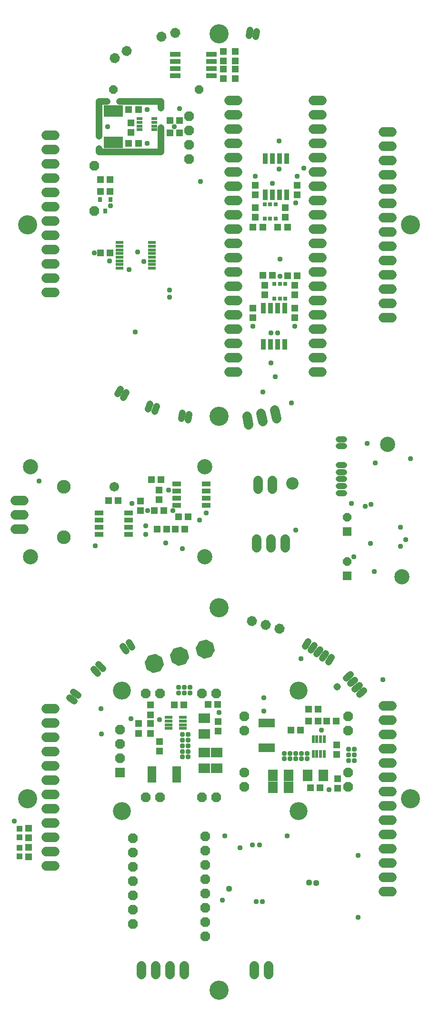
<source format=gbr>
G04 EAGLE Gerber RS-274X export*
G75*
%MOMM*%
%FSLAX34Y34*%
%LPD*%
%INSoldermask Bottom*%
%IPPOS*%
%AMOC8*
5,1,8,0,0,1.08239X$1,22.5*%
G01*
%ADD10C,2.703200*%
%ADD11C,3.403200*%
%ADD12C,1.200000*%
%ADD13C,2.203200*%
%ADD14C,1.111200*%
%ADD15R,1.503200X1.503200*%
%ADD16P,1.627049X8X292.500000*%
%ADD17P,1.852186X8X112.500000*%
%ADD18R,0.763200X0.933200*%
%ADD19R,1.203200X1.303200*%
%ADD20C,1.727200*%
%ADD21P,1.869504X8X292.500000*%
%ADD22R,1.463200X0.563200*%
%ADD23R,3.403200X2.003200*%
%ADD24R,1.983200X0.923200*%
%ADD25P,1.852186X8X217.500000*%
%ADD26R,1.303200X1.203200*%
%ADD27P,1.852186X8X232.500000*%
%ADD28C,1.211200*%
%ADD29R,0.923200X1.983200*%
%ADD30R,0.803200X0.803200*%
%ADD31P,1.649562X8X22.500000*%
%ADD32R,1.103200X0.603200*%
%ADD33C,3.203200*%
%ADD34R,1.727200X1.727200*%
%ADD35P,1.869504X8X112.500000*%
%ADD36P,1.869504X8X202.500000*%
%ADD37R,0.603200X1.403200*%
%ADD38R,2.003200X1.803200*%
%ADD39R,1.803200X2.003200*%
%ADD40R,3.003200X1.603200*%
%ADD41R,1.403200X0.603200*%
%ADD42R,1.603200X3.003200*%
%ADD43R,1.003200X1.003200*%
%ADD44P,3.467112X8X128.000000*%
%ADD45P,1.852186X8X367.500000*%
%ADD46R,1.603200X0.838200*%
%ADD47C,2.453200*%
%ADD48C,1.703200*%
%ADD49C,0.959600*%
%ADD50C,1.309600*%
%ADD51C,1.109600*%


D10*
X680000Y1010000D03*
X705000Y775000D03*
D11*
X40000Y1400000D03*
X380000Y1060000D03*
X720000Y1400000D03*
X380000Y1740000D03*
D12*
X277000Y1530000D02*
X167000Y1530000D01*
X277000Y1530000D02*
X277000Y1573000D01*
X167000Y1536000D02*
X167000Y1530000D01*
X167000Y1620000D02*
X181000Y1620000D01*
X203000Y1620000D02*
X277000Y1620000D01*
X167000Y1620000D02*
X167000Y1558000D01*
X277000Y1608000D02*
X277000Y1620000D01*
D11*
X380000Y720000D03*
X720000Y380000D03*
X380000Y40000D03*
X40000Y380000D03*
D10*
X45000Y970000D03*
X45000Y810000D03*
X355000Y970000D03*
X355000Y810000D03*
D13*
X510000Y941000D03*
D14*
X592460Y973750D02*
X601540Y973750D01*
X601540Y961250D02*
X592460Y961250D01*
X592460Y948750D02*
X601540Y948750D01*
X601540Y936250D02*
X592460Y936250D01*
X592460Y923750D02*
X601540Y923750D01*
X601540Y1019750D02*
X592460Y1019750D01*
X592460Y1007250D02*
X601540Y1007250D01*
D15*
X608000Y855500D03*
D16*
X608000Y880500D03*
D15*
X608000Y776500D03*
D16*
X608000Y801500D03*
D17*
X158000Y1425000D03*
X158000Y1505000D03*
D18*
X177623Y1425058D03*
X187123Y1445058D03*
X168123Y1445058D03*
D19*
X169500Y1460000D03*
X186500Y1460000D03*
X186500Y1481000D03*
X169500Y1481000D03*
D20*
X479149Y1070937D02*
X482447Y1056058D01*
X457649Y1050561D02*
X454351Y1065439D01*
X429553Y1059942D02*
X432851Y1045063D01*
X412620Y1621300D02*
X397380Y1621300D01*
X397380Y1595900D02*
X412620Y1595900D01*
X412620Y1570500D02*
X397380Y1570500D01*
X397380Y1545100D02*
X412620Y1545100D01*
X412620Y1519700D02*
X397380Y1519700D01*
X397380Y1494300D02*
X412620Y1494300D01*
X412620Y1468900D02*
X397380Y1468900D01*
X397380Y1443500D02*
X412620Y1443500D01*
X412620Y1418100D02*
X397380Y1418100D01*
X397380Y1392700D02*
X412620Y1392700D01*
X412620Y1367300D02*
X397380Y1367300D01*
X397380Y1341900D02*
X412620Y1341900D01*
X412620Y1316500D02*
X397380Y1316500D01*
X397380Y1291100D02*
X412620Y1291100D01*
X412620Y1265700D02*
X397380Y1265700D01*
X397380Y1240300D02*
X412620Y1240300D01*
X412620Y1214900D02*
X397380Y1214900D01*
X397380Y1189500D02*
X412620Y1189500D01*
X412620Y1164100D02*
X397380Y1164100D01*
X397380Y1138700D02*
X412620Y1138700D01*
X547380Y1138700D02*
X562620Y1138700D01*
X562620Y1164100D02*
X547380Y1164100D01*
X547380Y1189500D02*
X562620Y1189500D01*
X562620Y1214900D02*
X547380Y1214900D01*
X547380Y1240300D02*
X562620Y1240300D01*
X562620Y1265700D02*
X547380Y1265700D01*
X547380Y1291100D02*
X562620Y1291100D01*
X562620Y1316500D02*
X547380Y1316500D01*
X547380Y1341900D02*
X562620Y1341900D01*
X562620Y1367300D02*
X547380Y1367300D01*
X547380Y1392700D02*
X562620Y1392700D01*
X562620Y1418100D02*
X547380Y1418100D01*
X547380Y1443500D02*
X562620Y1443500D01*
X562620Y1468900D02*
X547380Y1468900D01*
X547380Y1494300D02*
X562620Y1494300D01*
X562620Y1519700D02*
X547380Y1519700D01*
X547380Y1545100D02*
X562620Y1545100D01*
X562620Y1570500D02*
X547380Y1570500D01*
X547380Y1595900D02*
X562620Y1595900D01*
X562620Y1621300D02*
X547380Y1621300D01*
D21*
X326300Y1593100D03*
X326300Y1567700D03*
X326300Y1542300D03*
X326300Y1516900D03*
D19*
X292500Y1564000D03*
X309500Y1564000D03*
X292500Y1586000D03*
X309500Y1586000D03*
D22*
X261000Y1368750D03*
X261000Y1362250D03*
X261000Y1355750D03*
X261000Y1349250D03*
X261000Y1342750D03*
X261000Y1336250D03*
X261000Y1329750D03*
X261000Y1323250D03*
X203000Y1323250D03*
X203000Y1329750D03*
X203000Y1336250D03*
X203000Y1342750D03*
X203000Y1349250D03*
X203000Y1355750D03*
X203000Y1362250D03*
X203000Y1368750D03*
D19*
X219500Y1545000D03*
X236500Y1545000D03*
X219500Y1605000D03*
X236500Y1605000D03*
X223000Y1564500D03*
X223000Y1581500D03*
D23*
X192000Y1603000D03*
X192000Y1547000D03*
D24*
X366300Y1703050D03*
X366300Y1690350D03*
X366300Y1677650D03*
X366300Y1664950D03*
X301700Y1664950D03*
X301700Y1677650D03*
X301700Y1690350D03*
X301700Y1703050D03*
D25*
X277926Y1734765D03*
X302074Y1741235D03*
D26*
X388000Y1691500D03*
X388000Y1708500D03*
X409000Y1708500D03*
X409000Y1691500D03*
D27*
X194175Y1696750D03*
X215825Y1709250D03*
D26*
X388000Y1660500D03*
X388000Y1677500D03*
X409000Y1677500D03*
X409000Y1660500D03*
D28*
X433188Y1736690D02*
X434939Y1746617D01*
X447249Y1744446D02*
X445498Y1734520D01*
X326812Y1063310D02*
X325061Y1053383D01*
X312751Y1055554D02*
X314502Y1065480D01*
X269136Y1077827D02*
X265688Y1068355D01*
X253942Y1072630D02*
X257390Y1082102D01*
D29*
X458950Y1252300D03*
X471650Y1252300D03*
X484350Y1252300D03*
X497050Y1252300D03*
X497050Y1187700D03*
X484350Y1187700D03*
X471650Y1187700D03*
X458950Y1187700D03*
D30*
X478500Y1295000D03*
X488000Y1295000D03*
X497500Y1295000D03*
X497500Y1269000D03*
X488000Y1269000D03*
X478500Y1269000D03*
D26*
X440000Y1235500D03*
X440000Y1252500D03*
X515000Y1235500D03*
X515000Y1252500D03*
X461000Y1275500D03*
X461000Y1292500D03*
X515000Y1275500D03*
X515000Y1292500D03*
D19*
X474500Y1311000D03*
X457500Y1311000D03*
X501500Y1310000D03*
X518500Y1310000D03*
D29*
X500050Y1453700D03*
X487350Y1453700D03*
X474650Y1453700D03*
X461950Y1453700D03*
X461950Y1518300D03*
X474650Y1518300D03*
X487350Y1518300D03*
X500050Y1518300D03*
D30*
X480500Y1411000D03*
X471000Y1411000D03*
X461500Y1411000D03*
X461500Y1437000D03*
X471000Y1437000D03*
X480500Y1437000D03*
D26*
X519000Y1470500D03*
X519000Y1453500D03*
X444000Y1470500D03*
X444000Y1453500D03*
X498000Y1430500D03*
X498000Y1413500D03*
X444000Y1430500D03*
X444000Y1413500D03*
D19*
X484500Y1396000D03*
X501500Y1396000D03*
X457500Y1396000D03*
X440500Y1396000D03*
X169500Y1350000D03*
X186500Y1350000D03*
D31*
X191800Y1641000D03*
X344200Y1641000D03*
D20*
X672380Y1565100D02*
X687620Y1565100D01*
X687620Y1539700D02*
X672380Y1539700D01*
X672380Y1514300D02*
X687620Y1514300D01*
X687620Y1488900D02*
X672380Y1488900D01*
X672380Y1463500D02*
X687620Y1463500D01*
X687620Y1438100D02*
X672380Y1438100D01*
X672380Y1412700D02*
X687620Y1412700D01*
X687620Y1387300D02*
X672380Y1387300D01*
X672380Y1361900D02*
X687620Y1361900D01*
X687620Y1336500D02*
X672380Y1336500D01*
X672380Y1311100D02*
X687620Y1311100D01*
X687620Y1285700D02*
X672380Y1285700D01*
X672380Y1260300D02*
X687620Y1260300D01*
X687620Y1234900D02*
X672380Y1234900D01*
X87620Y1559700D02*
X72380Y1559700D01*
X72380Y1534300D02*
X87620Y1534300D01*
X87620Y1508900D02*
X72380Y1508900D01*
X72380Y1483500D02*
X87620Y1483500D01*
X87620Y1458100D02*
X72380Y1458100D01*
X72380Y1432700D02*
X87620Y1432700D01*
X87620Y1407300D02*
X72380Y1407300D01*
X72380Y1381900D02*
X87620Y1381900D01*
X87620Y1356500D02*
X72380Y1356500D01*
X72380Y1331100D02*
X87620Y1331100D01*
X87620Y1305700D02*
X72380Y1305700D01*
X72380Y1280300D02*
X87620Y1280300D01*
D28*
X215183Y1102137D02*
X210143Y1093407D01*
X199317Y1099657D02*
X204357Y1108387D01*
D32*
X239000Y1569250D03*
X239000Y1575750D03*
X239000Y1582250D03*
X239000Y1588750D03*
X265000Y1588750D03*
X265000Y1582250D03*
X265000Y1575750D03*
X265000Y1569250D03*
D33*
X207000Y358000D03*
X207000Y572000D03*
X521000Y572000D03*
D34*
X204000Y426900D03*
D35*
X204000Y452300D03*
X204000Y477700D03*
X204000Y503100D03*
D33*
X521000Y358000D03*
D36*
X609500Y401300D03*
X609500Y426700D03*
X609500Y501300D03*
X609500Y526700D03*
X424500Y526700D03*
X424500Y501300D03*
X424500Y426700D03*
X424500Y401300D03*
D37*
X566750Y460000D03*
X560250Y460000D03*
X553750Y460000D03*
X547250Y460000D03*
X547250Y486000D03*
X553750Y486000D03*
X560250Y486000D03*
X566750Y486000D03*
D19*
X589000Y458500D03*
X589000Y475500D03*
D26*
X591000Y415500D03*
X591000Y398500D03*
D38*
X354000Y495000D03*
X354000Y523000D03*
D19*
X378000Y500500D03*
X378000Y517500D03*
D26*
X507500Y502000D03*
X524500Y502000D03*
D19*
X571500Y518000D03*
X588500Y518000D03*
X556500Y518000D03*
X539500Y518000D03*
D26*
X539500Y539000D03*
X556500Y539000D03*
D39*
X504000Y422000D03*
X476000Y422000D03*
X504000Y400000D03*
X476000Y400000D03*
D40*
X465000Y471000D03*
X465000Y515000D03*
D21*
X374700Y567500D03*
X349300Y567500D03*
X274700Y567500D03*
X249300Y567500D03*
X249300Y382500D03*
X274700Y382500D03*
X349300Y382500D03*
X374700Y382500D03*
D41*
X316000Y524750D03*
X316000Y518250D03*
X316000Y511750D03*
X316000Y505250D03*
X290000Y505250D03*
X290000Y511750D03*
X290000Y518250D03*
X290000Y524750D03*
D26*
X317500Y547000D03*
X300500Y547000D03*
D19*
X360500Y548000D03*
X377500Y548000D03*
D39*
X537200Y421600D03*
X565200Y421600D03*
D26*
X542600Y399600D03*
X559600Y399600D03*
D19*
X274000Y464500D03*
X274000Y481500D03*
D26*
X258000Y529500D03*
X258000Y546500D03*
X258000Y513500D03*
X258000Y496500D03*
D19*
X237000Y496500D03*
X237000Y513500D03*
D38*
X375500Y462000D03*
X375500Y434000D03*
X353500Y462000D03*
X353500Y434000D03*
D42*
X305000Y423000D03*
X261000Y423000D03*
D43*
X25000Y292500D03*
X25000Y277500D03*
D26*
X41000Y276500D03*
X41000Y293500D03*
D43*
X25000Y326500D03*
X25000Y311500D03*
D26*
X41000Y310500D03*
X41000Y327500D03*
D35*
X227000Y157800D03*
X227000Y183200D03*
X227000Y208600D03*
X227000Y234000D03*
X227000Y259400D03*
X227000Y284800D03*
X227000Y310200D03*
D36*
X355800Y236700D03*
X355800Y211300D03*
X355800Y185900D03*
X355800Y160500D03*
X355800Y135100D03*
X355800Y262100D03*
X355800Y287500D03*
X355800Y312900D03*
D44*
X264709Y620440D03*
X310000Y633000D03*
X355291Y645560D03*
D45*
X487341Y682478D03*
X463193Y688948D03*
X438272Y695626D03*
D28*
X225271Y649042D02*
X220079Y657682D01*
X209365Y651244D02*
X214556Y642604D01*
X173077Y611285D02*
X166203Y618657D01*
X157061Y610132D02*
X163935Y602760D01*
X129400Y563648D02*
X121143Y569429D01*
X113973Y559190D02*
X122230Y553408D01*
D20*
X672380Y545100D02*
X687620Y545100D01*
X687620Y519700D02*
X672380Y519700D01*
X672380Y494300D02*
X687620Y494300D01*
X687620Y468900D02*
X672380Y468900D01*
X672380Y443500D02*
X687620Y443500D01*
X687620Y418100D02*
X672380Y418100D01*
X672380Y392700D02*
X687620Y392700D01*
X687620Y367300D02*
X672380Y367300D01*
X672380Y341900D02*
X687620Y341900D01*
X687620Y316500D02*
X672380Y316500D01*
X672380Y291100D02*
X687620Y291100D01*
X687620Y265700D02*
X672380Y265700D01*
X672380Y240300D02*
X687620Y240300D01*
X687620Y214900D02*
X672380Y214900D01*
X87620Y539700D02*
X72380Y539700D01*
X72380Y514300D02*
X87620Y514300D01*
X87620Y488900D02*
X72380Y488900D01*
X72380Y463500D02*
X87620Y463500D01*
X87620Y438100D02*
X72380Y438100D01*
X72380Y412700D02*
X87620Y412700D01*
X87620Y387300D02*
X72380Y387300D01*
X72380Y361900D02*
X87620Y361900D01*
X87620Y336500D02*
X72380Y336500D01*
X72380Y311100D02*
X87620Y311100D01*
X87620Y285700D02*
X72380Y285700D01*
X72380Y260300D02*
X87620Y260300D01*
D28*
X629744Y565504D02*
X637466Y571984D01*
X629431Y581559D02*
X621709Y575080D01*
X613675Y584656D02*
X621396Y591135D01*
X613361Y600710D02*
X605640Y594231D01*
X574391Y623111D02*
X580028Y631468D01*
X569665Y638458D02*
X564028Y630101D01*
X553665Y637091D02*
X559302Y645448D01*
X548939Y652438D02*
X543302Y644081D01*
X532939Y651071D02*
X538576Y659427D01*
D20*
X467700Y82620D02*
X467700Y67380D01*
X442300Y67380D02*
X442300Y82620D01*
X241900Y82620D02*
X241900Y67380D01*
X267300Y67380D02*
X267300Y82620D01*
X292700Y82620D02*
X292700Y67380D01*
X318100Y67380D02*
X318100Y82620D01*
D26*
X307800Y881700D03*
X324800Y881700D03*
X183700Y910500D03*
X200700Y910500D03*
D19*
X281800Y892500D03*
X264800Y892500D03*
X286900Y859500D03*
X269900Y859500D03*
D26*
X240500Y909100D03*
X240500Y892100D03*
X273500Y928900D03*
X273500Y911900D03*
D19*
X318700Y859500D03*
X301700Y859500D03*
X277000Y947500D03*
X260000Y947500D03*
D46*
X305000Y901700D03*
X305000Y914400D03*
X305000Y927100D03*
X305000Y939800D03*
X357000Y939800D03*
X357000Y927100D03*
X357000Y914400D03*
X357000Y901700D03*
D47*
X103700Y845000D03*
X103700Y935000D03*
D48*
X193700Y935000D03*
D46*
X218800Y888300D03*
X218800Y875600D03*
X218800Y862900D03*
X218800Y850200D03*
X166800Y850200D03*
X166800Y862900D03*
X166800Y875600D03*
X166800Y888300D03*
D20*
X32620Y859600D02*
X17380Y859600D01*
X17380Y885000D02*
X32620Y885000D01*
X32620Y910400D02*
X17380Y910400D01*
X446600Y841620D02*
X446600Y826380D01*
X472000Y826380D02*
X472000Y841620D01*
X497400Y841620D02*
X497400Y826380D01*
X474700Y930380D02*
X474700Y945620D01*
X449300Y945620D02*
X449300Y930380D01*
D49*
X703000Y863000D03*
X702514Y828514D03*
X656419Y784018D03*
X720000Y985000D03*
X650308Y903218D03*
X615000Y905000D03*
X657718Y977318D03*
X643000Y1011348D03*
X620000Y810000D03*
X640174Y900174D03*
X649000Y834000D03*
X712178Y840500D03*
X252000Y1605000D03*
X252000Y1545000D03*
X182000Y1575000D03*
X484000Y1208000D03*
X231000Y1210000D03*
X246000Y1335000D03*
X158282Y1350000D03*
X187123Y1434000D03*
X475000Y1474000D03*
X516000Y1439000D03*
X488000Y1339000D03*
X488000Y1309000D03*
X531000Y1501000D03*
X509000Y1084000D03*
X440000Y1220000D03*
X515000Y1220000D03*
X519000Y1487000D03*
X444000Y1487000D03*
X347000Y1477000D03*
X310000Y1607000D03*
X480000Y1130000D03*
X458000Y1103000D03*
X220000Y1321000D03*
X300089Y1575089D03*
X292000Y1284000D03*
X292000Y1272000D03*
X487000Y1549000D03*
X487000Y1499000D03*
X472000Y1155000D03*
X472000Y1208000D03*
X235000Y1352000D03*
X185000Y1336000D03*
X516295Y460797D03*
X536295Y460797D03*
X526295Y460797D03*
X506295Y460797D03*
X496295Y460797D03*
X536295Y450797D03*
X526295Y450797D03*
X516295Y450797D03*
X506295Y450797D03*
X496295Y450797D03*
X620295Y467797D03*
X610295Y467797D03*
X610295Y457797D03*
X620295Y457797D03*
X610295Y447797D03*
X620295Y447797D03*
X315203Y474295D03*
X315203Y494295D03*
X315203Y484295D03*
X315203Y464295D03*
X315203Y454295D03*
X325203Y494295D03*
X325203Y484295D03*
X325203Y474295D03*
X325203Y464295D03*
X325203Y454295D03*
X308203Y578295D03*
X308203Y568295D03*
X318203Y568295D03*
X318203Y578295D03*
X328203Y568295D03*
X328203Y578295D03*
X501000Y314000D03*
X390000Y314000D03*
D50*
X590000Y579000D03*
D49*
X16000Y340000D03*
X627000Y279000D03*
X627000Y169000D03*
X417000Y293000D03*
X460000Y536000D03*
X460000Y560000D03*
X170000Y540000D03*
X223000Y522000D03*
X575295Y395797D03*
X562295Y501797D03*
X380203Y533295D03*
X274203Y520295D03*
X446000Y197000D03*
X439000Y298000D03*
X457000Y197000D03*
X452000Y298000D03*
D51*
X398000Y220000D03*
X553000Y230000D03*
X540000Y231000D03*
D49*
X386000Y200000D03*
X526000Y629000D03*
X170718Y495000D03*
X671000Y592000D03*
X285000Y835000D03*
X298000Y892000D03*
X160000Y830000D03*
X225000Y905000D03*
X253000Y892000D03*
X345000Y875000D03*
X315000Y825000D03*
X250000Y865000D03*
X250000Y850000D03*
X60000Y945000D03*
X357000Y888000D03*
X290000Y928900D03*
X516000Y858000D03*
M02*

</source>
